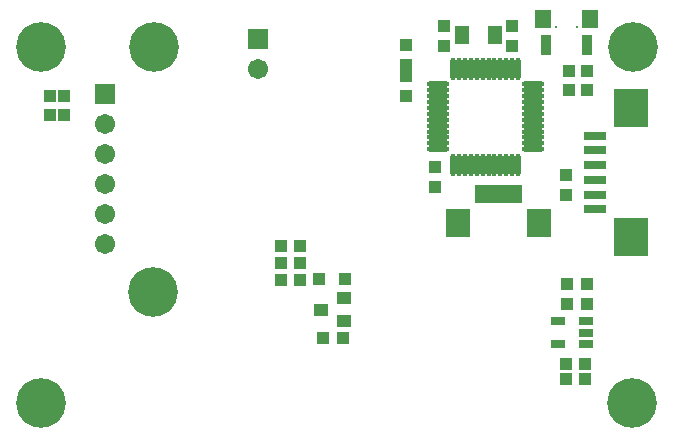
<source format=gbs>
G04*
G04 #@! TF.GenerationSoftware,Altium Limited,Altium Designer,18.1.9 (240)*
G04*
G04 Layer_Color=16711935*
%FSLAX25Y25*%
%MOIN*%
G70*
G01*
G75*
%ADD30R,0.04300X0.04300*%
%ADD35R,0.04300X0.04300*%
%ADD39R,0.00800X0.00800*%
%ADD40R,0.06706X0.06706*%
%ADD41C,0.06706*%
%ADD42C,0.16548*%
%ADD61R,0.11430X0.12611*%
%ADD62R,0.07493X0.03162*%
%ADD63O,0.07493X0.01981*%
%ADD64O,0.01981X0.07493*%
%ADD65R,0.01981X0.05918*%
%ADD66R,0.07887X0.09461*%
%ADD67R,0.03950X0.03950*%
%ADD68R,0.04737X0.03950*%
%ADD69R,0.05131X0.03162*%
%ADD70R,0.04737X0.06312*%
%ADD71R,0.05524X0.05918*%
%ADD72R,0.03556X0.06706*%
D30*
X425188Y181800D02*
D03*
X418688D02*
D03*
X506067Y168028D02*
D03*
X499567D02*
D03*
X506067Y173000D02*
D03*
X499567D02*
D03*
X506634Y193228D02*
D03*
X500134D02*
D03*
X506634Y199800D02*
D03*
X500134D02*
D03*
X404517Y201000D02*
D03*
X411017D02*
D03*
X404517Y212400D02*
D03*
X411017D02*
D03*
X404517Y206700D02*
D03*
X411017D02*
D03*
D35*
X499800Y229550D02*
D03*
Y236050D02*
D03*
X456000Y232200D02*
D03*
Y238700D02*
D03*
X446400Y272815D02*
D03*
Y279315D02*
D03*
X500726Y270876D02*
D03*
Y264376D02*
D03*
X459000Y279273D02*
D03*
Y285773D02*
D03*
X327600Y262450D02*
D03*
Y255950D02*
D03*
X446400Y262550D02*
D03*
Y269050D02*
D03*
X481800Y279273D02*
D03*
Y285773D02*
D03*
X506650Y270876D02*
D03*
Y264376D02*
D03*
X332400Y262450D02*
D03*
Y255950D02*
D03*
D39*
X496257Y285469D02*
D03*
X503343D02*
D03*
D40*
X397041Y281400D02*
D03*
X346063Y263071D02*
D03*
D41*
X397041Y271400D02*
D03*
X346063Y253071D02*
D03*
Y243071D02*
D03*
Y233071D02*
D03*
Y223071D02*
D03*
Y213071D02*
D03*
D42*
X324671Y160200D02*
D03*
X521800D02*
D03*
X324600Y278740D02*
D03*
X521871D02*
D03*
X362008Y197047D02*
D03*
X362205Y278740D02*
D03*
D61*
X521211Y258494D02*
D03*
Y215384D02*
D03*
D62*
X509400Y244321D02*
D03*
Y239400D02*
D03*
Y234479D02*
D03*
Y229557D02*
D03*
Y224636D02*
D03*
Y249242D02*
D03*
D63*
X456890Y266339D02*
D03*
Y264370D02*
D03*
Y262402D02*
D03*
Y260433D02*
D03*
Y258465D02*
D03*
Y256496D02*
D03*
Y254528D02*
D03*
Y252559D02*
D03*
Y250590D02*
D03*
Y248622D02*
D03*
Y246654D02*
D03*
Y244685D02*
D03*
X488779D02*
D03*
Y246654D02*
D03*
Y248622D02*
D03*
Y250590D02*
D03*
Y252559D02*
D03*
Y254528D02*
D03*
Y256496D02*
D03*
Y258465D02*
D03*
Y260433D02*
D03*
Y262402D02*
D03*
Y264370D02*
D03*
Y266339D02*
D03*
D64*
X462008Y239567D02*
D03*
X463976D02*
D03*
X465945D02*
D03*
X467913D02*
D03*
X469882D02*
D03*
X471850D02*
D03*
X473819D02*
D03*
X475787D02*
D03*
X477756D02*
D03*
X479724D02*
D03*
X481693D02*
D03*
X483661D02*
D03*
Y271457D02*
D03*
X481693D02*
D03*
X479724D02*
D03*
X477756D02*
D03*
X475787D02*
D03*
X473819D02*
D03*
X471850D02*
D03*
X469882D02*
D03*
X467913D02*
D03*
X465945D02*
D03*
X463976D02*
D03*
X462008D02*
D03*
D65*
X472244Y229909D02*
D03*
X474213D02*
D03*
X476181D02*
D03*
X478150D02*
D03*
X480118D02*
D03*
X482087D02*
D03*
X484055D02*
D03*
X470276D02*
D03*
D66*
X463779Y220079D02*
D03*
X490551Y220079D02*
D03*
D67*
X417469Y201600D02*
D03*
X426131D02*
D03*
D68*
X425540Y195000D02*
D03*
Y187520D02*
D03*
X418060Y191260D02*
D03*
D69*
X496819Y187340D02*
D03*
Y179860D02*
D03*
X506268D02*
D03*
Y183600D02*
D03*
Y187340D02*
D03*
D70*
X464888Y282780D02*
D03*
X475912D02*
D03*
D71*
X507674Y288225D02*
D03*
X491926D02*
D03*
D72*
X506493Y279564D02*
D03*
X493107D02*
D03*
M02*

</source>
